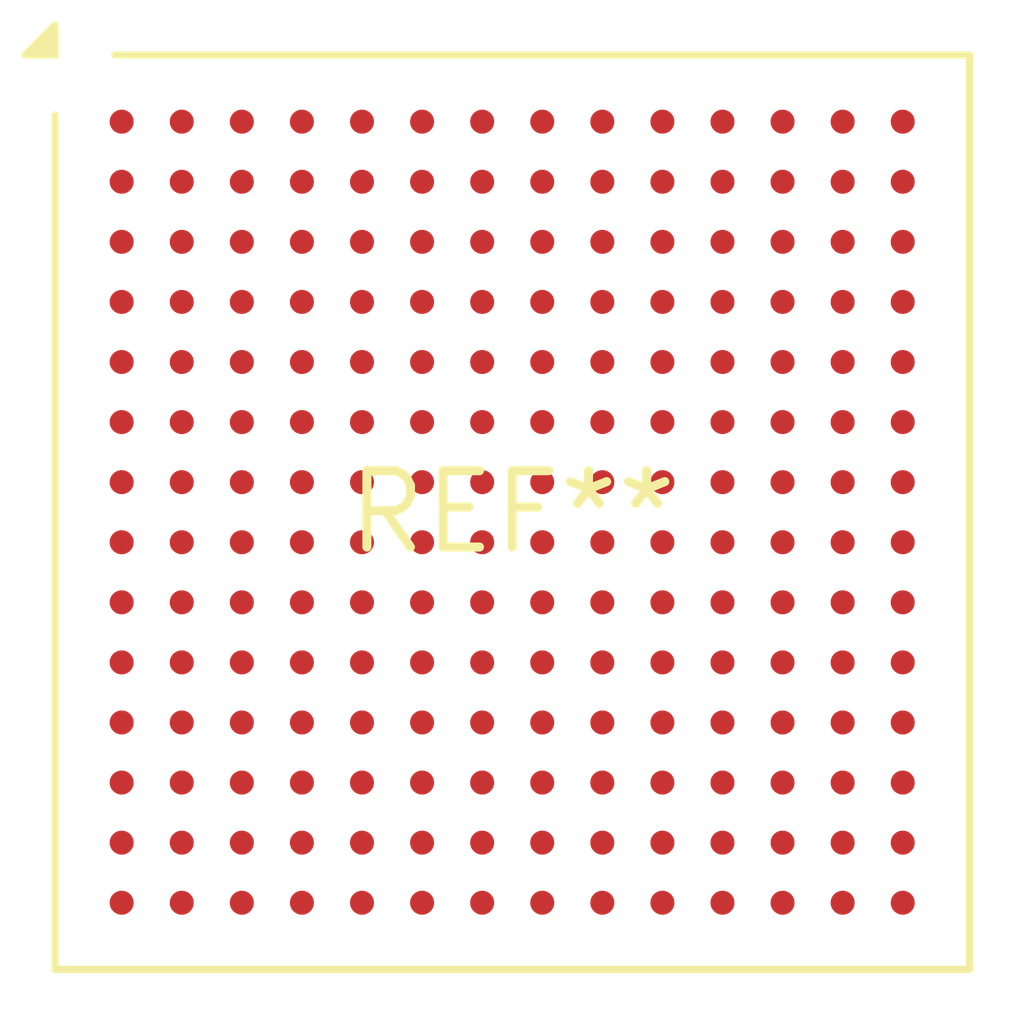
<source format=kicad_pcb>
(kicad_pcb (version 20240108) (generator pcbnew)
  (layers (0 "F.Cu" signal) (31 "B.Cu" signal) (34 "B.Paste" user) (35 "F.Paste" user) (36 "B.SilkS" user "B.Silkscreen") (37 "F.SilkS" user "F.Silkscreen") (38 "B.Mask" user) (39 "F.Mask" user) (44 "Edge.Cuts" user))
  (net 0 "")
  (footprint "Xilinx_FTGB196" (layer "F.Cu") (at 0 0)
    (property "Reference" "REF**")
    (property "Value" "Xilinx_FTGB196")
    (fp_line (start -7.61 7.61) (end -7.61 -6.61) (layer "F.SilkS") (stroke (width 0.12)))
    (fp_line (start -6.61 -7.61) (end 7.61 -7.61) (layer "F.SilkS") (stroke (width 0.12)))
    (fp_line (start 7.61 -7.61) (end 7.61 7.61) (layer "F.SilkS") (stroke (width 0.12)))
    (fp_line (start 7.61 7.61) (end -7.61 7.61) (layer "F.SilkS") (stroke (width 0.12)))
    (fp_poly (pts (xy -7.61 -7.61) (xy -8.11 -7.61) (xy -7.61 -8.11) (xy -7.61 -7.61)) (layer "F.SilkS") (stroke (width 0.12)) (fill solid))
    (pad "A1" smd circle (at -6.5 -6.5) (size 0.4 0.4) (property pad_prop_bga) (layers "F.Cu" "F.Paste" "F.Mask"))
    (pad "A2" smd circle (at -5.5 -6.5) (size 0.4 0.4) (property pad_prop_bga) (layers "F.Cu" "F.Paste" "F.Mask"))
    (pad "A3" smd circle (at -4.5 -6.5) (size 0.4 0.4) (property pad_prop_bga) (layers "F.Cu" "F.Paste" "F.Mask"))
    (pad "A4" smd circle (at -3.5 -6.5) (size 0.4 0.4) (property pad_prop_bga) (layers "F.Cu" "F.Paste" "F.Mask"))
    (pad "A5" smd circle (at -2.5 -6.5) (size 0.4 0.4) (property pad_prop_bga) (layers "F.Cu" "F.Paste" "F.Mask"))
    (pad "A6" smd circle (at -1.5 -6.5) (size 0.4 0.4) (property pad_prop_bga) (layers "F.Cu" "F.Paste" "F.Mask"))
    (pad "A7" smd circle (at -0.5 -6.5) (size 0.4 0.4) (property pad_prop_bga) (layers "F.Cu" "F.Paste" "F.Mask"))
    (pad "A8" smd circle (at 0.5 -6.5) (size 0.4 0.4) (property pad_prop_bga) (layers "F.Cu" "F.Paste" "F.Mask"))
    (pad "A9" smd circle (at 1.5 -6.5) (size 0.4 0.4) (property pad_prop_bga) (layers "F.Cu" "F.Paste" "F.Mask"))
    (pad "A10" smd circle (at 2.5 -6.5) (size 0.4 0.4) (property pad_prop_bga) (layers "F.Cu" "F.Paste" "F.Mask"))
    (pad "A11" smd circle (at 3.5 -6.5) (size 0.4 0.4) (property pad_prop_bga) (layers "F.Cu" "F.Paste" "F.Mask"))
    (pad "A12" smd circle (at 4.5 -6.5) (size 0.4 0.4) (property pad_prop_bga) (layers "F.Cu" "F.Paste" "F.Mask"))
    (pad "A13" smd circle (at 5.5 -6.5) (size 0.4 0.4) (property pad_prop_bga) (layers "F.Cu" "F.Paste" "F.Mask"))
    (pad "A14" smd circle (at 6.5 -6.5) (size 0.4 0.4) (property pad_prop_bga) (layers "F.Cu" "F.Paste" "F.Mask"))
    (pad "B1" smd circle (at -6.5 -5.5) (size 0.4 0.4) (property pad_prop_bga) (layers "F.Cu" "F.Paste" "F.Mask"))
    (pad "B2" smd circle (at -5.5 -5.5) (size 0.4 0.4) (property pad_prop_bga) (layers "F.Cu" "F.Paste" "F.Mask"))
    (pad "B3" smd circle (at -4.5 -5.5) (size 0.4 0.4) (property pad_prop_bga) (layers "F.Cu" "F.Paste" "F.Mask"))
    (pad "B4" smd circle (at -3.5 -5.5) (size 0.4 0.4) (property pad_prop_bga) (layers "F.Cu" "F.Paste" "F.Mask"))
    (pad "B5" smd circle (at -2.5 -5.5) (size 0.4 0.4) (property pad_prop_bga) (layers "F.Cu" "F.Paste" "F.Mask"))
    (pad "B6" smd circle (at -1.5 -5.5) (size 0.4 0.4) (property pad_prop_bga) (layers "F.Cu" "F.Paste" "F.Mask"))
    (pad "B7" smd circle (at -0.5 -5.5) (size 0.4 0.4) (property pad_prop_bga) (layers "F.Cu" "F.Paste" "F.Mask"))
    (pad "B8" smd circle (at 0.5 -5.5) (size 0.4 0.4) (property pad_prop_bga) (layers "F.Cu" "F.Paste" "F.Mask"))
    (pad "B9" smd circle (at 1.5 -5.5) (size 0.4 0.4) (property pad_prop_bga) (layers "F.Cu" "F.Paste" "F.Mask"))
    (pad "B10" smd circle (at 2.5 -5.5) (size 0.4 0.4) (property pad_prop_bga) (layers "F.Cu" "F.Paste" "F.Mask"))
    (pad "B11" smd circle (at 3.5 -5.5) (size 0.4 0.4) (property pad_prop_bga) (layers "F.Cu" "F.Paste" "F.Mask"))
    (pad "B12" smd circle (at 4.5 -5.5) (size 0.4 0.4) (property pad_prop_bga) (layers "F.Cu" "F.Paste" "F.Mask"))
    (pad "B13" smd circle (at 5.5 -5.5) (size 0.4 0.4) (property pad_prop_bga) (layers "F.Cu" "F.Paste" "F.Mask"))
    (pad "B14" smd circle (at 6.5 -5.5) (size 0.4 0.4) (property pad_prop_bga) (layers "F.Cu" "F.Paste" "F.Mask"))
    (pad "C1" smd circle (at -6.5 -4.5) (size 0.4 0.4) (property pad_prop_bga) (layers "F.Cu" "F.Paste" "F.Mask"))
    (pad "C2" smd circle (at -5.5 -4.5) (size 0.4 0.4) (property pad_prop_bga) (layers "F.Cu" "F.Paste" "F.Mask"))
    (pad "C3" smd circle (at -4.5 -4.5) (size 0.4 0.4) (property pad_prop_bga) (layers "F.Cu" "F.Paste" "F.Mask"))
    (pad "C4" smd circle (at -3.5 -4.5) (size 0.4 0.4) (property pad_prop_bga) (layers "F.Cu" "F.Paste" "F.Mask"))
    (pad "C5" smd circle (at -2.5 -4.5) (size 0.4 0.4) (property pad_prop_bga) (layers "F.Cu" "F.Paste" "F.Mask"))
    (pad "C6" smd circle (at -1.5 -4.5) (size 0.4 0.4) (property pad_prop_bga) (layers "F.Cu" "F.Paste" "F.Mask"))
    (pad "C7" smd circle (at -0.5 -4.5) (size 0.4 0.4) (property pad_prop_bga) (layers "F.Cu" "F.Paste" "F.Mask"))
    (pad "C8" smd circle (at 0.5 -4.5) (size 0.4 0.4) (property pad_prop_bga) (layers "F.Cu" "F.Paste" "F.Mask"))
    (pad "C9" smd circle (at 1.5 -4.5) (size 0.4 0.4) (property pad_prop_bga) (layers "F.Cu" "F.Paste" "F.Mask"))
    (pad "C10" smd circle (at 2.5 -4.5) (size 0.4 0.4) (property pad_prop_bga) (layers "F.Cu" "F.Paste" "F.Mask"))
    (pad "C11" smd circle (at 3.5 -4.5) (size 0.4 0.4) (property pad_prop_bga) (layers "F.Cu" "F.Paste" "F.Mask"))
    (pad "C12" smd circle (at 4.5 -4.5) (size 0.4 0.4) (property pad_prop_bga) (layers "F.Cu" "F.Paste" "F.Mask"))
    (pad "C13" smd circle (at 5.5 -4.5) (size 0.4 0.4) (property pad_prop_bga) (layers "F.Cu" "F.Paste" "F.Mask"))
    (pad "C14" smd circle (at 6.5 -4.5) (size 0.4 0.4) (property pad_prop_bga) (layers "F.Cu" "F.Paste" "F.Mask"))
    (pad "D1" smd circle (at -6.5 -3.5) (size 0.4 0.4) (property pad_prop_bga) (layers "F.Cu" "F.Paste" "F.Mask"))
    (pad "D2" smd circle (at -5.5 -3.5) (size 0.4 0.4) (property pad_prop_bga) (layers "F.Cu" "F.Paste" "F.Mask"))
    (pad "D3" smd circle (at -4.5 -3.5) (size 0.4 0.4) (property pad_prop_bga) (layers "F.Cu" "F.Paste" "F.Mask"))
    (pad "D4" smd circle (at -3.5 -3.5) (size 0.4 0.4) (property pad_prop_bga) (layers "F.Cu" "F.Paste" "F.Mask"))
    (pad "D5" smd circle (at -2.5 -3.5) (size 0.4 0.4) (property pad_prop_bga) (layers "F.Cu" "F.Paste" "F.Mask"))
    (pad "D6" smd circle (at -1.5 -3.5) (size 0.4 0.4) (property pad_prop_bga) (layers "F.Cu" "F.Paste" "F.Mask"))
    (pad "D7" smd circle (at -0.5 -3.5) (size 0.4 0.4) (property pad_prop_bga) (layers "F.Cu" "F.Paste" "F.Mask"))
    (pad "D8" smd circle (at 0.5 -3.5) (size 0.4 0.4) (property pad_prop_bga) (layers "F.Cu" "F.Paste" "F.Mask"))
    (pad "D9" smd circle (at 1.5 -3.5) (size 0.4 0.4) (property pad_prop_bga) (layers "F.Cu" "F.Paste" "F.Mask"))
    (pad "D10" smd circle (at 2.5 -3.5) (size 0.4 0.4) (property pad_prop_bga) (layers "F.Cu" "F.Paste" "F.Mask"))
    (pad "D11" smd circle (at 3.5 -3.5) (size 0.4 0.4) (property pad_prop_bga) (layers "F.Cu" "F.Paste" "F.Mask"))
    (pad "D12" smd circle (at 4.5 -3.5) (size 0.4 0.4) (property pad_prop_bga) (layers "F.Cu" "F.Paste" "F.Mask"))
    (pad "D13" smd circle (at 5.5 -3.5) (size 0.4 0.4) (property pad_prop_bga) (layers "F.Cu" "F.Paste" "F.Mask"))
    (pad "D14" smd circle (at 6.5 -3.5) (size 0.4 0.4) (property pad_prop_bga) (layers "F.Cu" "F.Paste" "F.Mask"))
    (pad "E1" smd circle (at -6.5 -2.5) (size 0.4 0.4) (property pad_prop_bga) (layers "F.Cu" "F.Paste" "F.Mask"))
    (pad "E2" smd circle (at -5.5 -2.5) (size 0.4 0.4) (property pad_prop_bga) (layers "F.Cu" "F.Paste" "F.Mask"))
    (pad "E3" smd circle (at -4.5 -2.5) (size 0.4 0.4) (property pad_prop_bga) (layers "F.Cu" "F.Paste" "F.Mask"))
    (pad "E4" smd circle (at -3.5 -2.5) (size 0.4 0.4) (property pad_prop_bga) (layers "F.Cu" "F.Paste" "F.Mask"))
    (pad "E5" smd circle (at -2.5 -2.5) (size 0.4 0.4) (property pad_prop_bga) (layers "F.Cu" "F.Paste" "F.Mask"))
    (pad "E6" smd circle (at -1.5 -2.5) (size 0.4 0.4) (property pad_prop_bga) (layers "F.Cu" "F.Paste" "F.Mask"))
    (pad "E7" smd circle (at -0.5 -2.5) (size 0.4 0.4) (property pad_prop_bga) (layers "F.Cu" "F.Paste" "F.Mask"))
    (pad "E8" smd circle (at 0.5 -2.5) (size 0.4 0.4) (property pad_prop_bga) (layers "F.Cu" "F.Paste" "F.Mask"))
    (pad "E9" smd circle (at 1.5 -2.5) (size 0.4 0.4) (property pad_prop_bga) (layers "F.Cu" "F.Paste" "F.Mask"))
    (pad "E10" smd circle (at 2.5 -2.5) (size 0.4 0.4) (property pad_prop_bga) (layers "F.Cu" "F.Paste" "F.Mask"))
    (pad "E11" smd circle (at 3.5 -2.5) (size 0.4 0.4) (property pad_prop_bga) (layers "F.Cu" "F.Paste" "F.Mask"))
    (pad "E12" smd circle (at 4.5 -2.5) (size 0.4 0.4) (property pad_prop_bga) (layers "F.Cu" "F.Paste" "F.Mask"))
    (pad "E13" smd circle (at 5.5 -2.5) (size 0.4 0.4) (property pad_prop_bga) (layers "F.Cu" "F.Paste" "F.Mask"))
    (pad "E14" smd circle (at 6.5 -2.5) (size 0.4 0.4) (property pad_prop_bga) (layers "F.Cu" "F.Paste" "F.Mask"))
    (pad "F1" smd circle (at -6.5 -1.5) (size 0.4 0.4) (property pad_prop_bga) (layers "F.Cu" "F.Paste" "F.Mask"))
    (pad "F2" smd circle (at -5.5 -1.5) (size 0.4 0.4) (property pad_prop_bga) (layers "F.Cu" "F.Paste" "F.Mask"))
    (pad "F3" smd circle (at -4.5 -1.5) (size 0.4 0.4) (property pad_prop_bga) (layers "F.Cu" "F.Paste" "F.Mask"))
    (pad "F4" smd circle (at -3.5 -1.5) (size 0.4 0.4) (property pad_prop_bga) (layers "F.Cu" "F.Paste" "F.Mask"))
    (pad "F5" smd circle (at -2.5 -1.5) (size 0.4 0.4) (property pad_prop_bga) (layers "F.Cu" "F.Paste" "F.Mask"))
    (pad "F6" smd circle (at -1.5 -1.5) (size 0.4 0.4) (property pad_prop_bga) (layers "F.Cu" "F.Paste" "F.Mask"))
    (pad "F7" smd circle (at -0.5 -1.5) (size 0.4 0.4) (property pad_prop_bga) (layers "F.Cu" "F.Paste" "F.Mask"))
    (pad "F8" smd circle (at 0.5 -1.5) (size 0.4 0.4) (property pad_prop_bga) (layers "F.Cu" "F.Paste" "F.Mask"))
    (pad "F9" smd circle (at 1.5 -1.5) (size 0.4 0.4) (property pad_prop_bga) (layers "F.Cu" "F.Paste" "F.Mask"))
    (pad "F10" smd circle (at 2.5 -1.5) (size 0.4 0.4) (property pad_prop_bga) (layers "F.Cu" "F.Paste" "F.Mask"))
    (pad "F11" smd circle (at 3.5 -1.5) (size 0.4 0.4) (property pad_prop_bga) (layers "F.Cu" "F.Paste" "F.Mask"))
    (pad "F12" smd circle (at 4.5 -1.5) (size 0.4 0.4) (property pad_prop_bga) (layers "F.Cu" "F.Paste" "F.Mask"))
    (pad "F13" smd circle (at 5.5 -1.5) (size 0.4 0.4) (property pad_prop_bga) (layers "F.Cu" "F.Paste" "F.Mask"))
    (pad "F14" smd circle (at 6.5 -1.5) (size 0.4 0.4) (property pad_prop_bga) (layers "F.Cu" "F.Paste" "F.Mask"))
    (pad "G1" smd circle (at -6.5 -0.5) (size 0.4 0.4) (property pad_prop_bga) (layers "F.Cu" "F.Paste" "F.Mask"))
    (pad "G2" smd circle (at -5.5 -0.5) (size 0.4 0.4) (property pad_prop_bga) (layers "F.Cu" "F.Paste" "F.Mask"))
    (pad "G3" smd circle (at -4.5 -0.5) (size 0.4 0.4) (property pad_prop_bga) (layers "F.Cu" "F.Paste" "F.Mask"))
    (pad "G4" smd circle (at -3.5 -0.5) (size 0.4 0.4) (property pad_prop_bga) (layers "F.Cu" "F.Paste" "F.Mask"))
    (pad "G5" smd circle (at -2.5 -0.5) (size 0.4 0.4) (property pad_prop_bga) (layers "F.Cu" "F.Paste" "F.Mask"))
    (pad "G6" smd circle (at -1.5 -0.5) (size 0.4 0.4) (property pad_prop_bga) (layers "F.Cu" "F.Paste" "F.Mask"))
    (pad "G7" smd circle (at -0.5 -0.5) (size 0.4 0.4) (property pad_prop_bga) (layers "F.Cu" "F.Paste" "F.Mask"))
    (pad "G8" smd circle (at 0.5 -0.5) (size 0.4 0.4) (property pad_prop_bga) (layers "F.Cu" "F.Paste" "F.Mask"))
    (pad "G9" smd circle (at 1.5 -0.5) (size 0.4 0.4) (property pad_prop_bga) (layers "F.Cu" "F.Paste" "F.Mask"))
    (pad "G10" smd circle (at 2.5 -0.5) (size 0.4 0.4) (property pad_prop_bga) (layers "F.Cu" "F.Paste" "F.Mask"))
    (pad "G11" smd circle (at 3.5 -0.5) (size 0.4 0.4) (property pad_prop_bga) (layers "F.Cu" "F.Paste" "F.Mask"))
    (pad "G12" smd circle (at 4.5 -0.5) (size 0.4 0.4) (property pad_prop_bga) (layers "F.Cu" "F.Paste" "F.Mask"))
    (pad "G13" smd circle (at 5.5 -0.5) (size 0.4 0.4) (property pad_prop_bga) (layers "F.Cu" "F.Paste" "F.Mask"))
    (pad "G14" smd circle (at 6.5 -0.5) (size 0.4 0.4) (property pad_prop_bga) (layers "F.Cu" "F.Paste" "F.Mask"))
    (pad "H1" smd circle (at -6.5 0.5) (size 0.4 0.4) (property pad_prop_bga) (layers "F.Cu" "F.Paste" "F.Mask"))
    (pad "H2" smd circle (at -5.5 0.5) (size 0.4 0.4) (property pad_prop_bga) (layers "F.Cu" "F.Paste" "F.Mask"))
    (pad "H3" smd circle (at -4.5 0.5) (size 0.4 0.4) (property pad_prop_bga) (layers "F.Cu" "F.Paste" "F.Mask"))
    (pad "H4" smd circle (at -3.5 0.5) (size 0.4 0.4) (property pad_prop_bga) (layers "F.Cu" "F.Paste" "F.Mask"))
    (pad "H5" smd circle (at -2.5 0.5) (size 0.4 0.4) (property pad_prop_bga) (layers "F.Cu" "F.Paste" "F.Mask"))
    (pad "H6" smd circle (at -1.5 0.5) (size 0.4 0.4) (property pad_prop_bga) (layers "F.Cu" "F.Paste" "F.Mask"))
    (pad "H7" smd circle (at -0.5 0.5) (size 0.4 0.4) (property pad_prop_bga) (layers "F.Cu" "F.Paste" "F.Mask"))
    (pad "H8" smd circle (at 0.5 0.5) (size 0.4 0.4) (property pad_prop_bga) (layers "F.Cu" "F.Paste" "F.Mask"))
    (pad "H9" smd circle (at 1.5 0.5) (size 0.4 0.4) (property pad_prop_bga) (layers "F.Cu" "F.Paste" "F.Mask"))
    (pad "H10" smd circle (at 2.5 0.5) (size 0.4 0.4) (property pad_prop_bga) (layers "F.Cu" "F.Paste" "F.Mask"))
    (pad "H11" smd circle (at 3.5 0.5) (size 0.4 0.4) (property pad_prop_bga) (layers "F.Cu" "F.Paste" "F.Mask"))
    (pad "H12" smd circle (at 4.5 0.5) (size 0.4 0.4) (property pad_prop_bga) (layers "F.Cu" "F.Paste" "F.Mask"))
    (pad "H13" smd circle (at 5.5 0.5) (size 0.4 0.4) (property pad_prop_bga) (layers "F.Cu" "F.Paste" "F.Mask"))
    (pad "H14" smd circle (at 6.5 0.5) (size 0.4 0.4) (property pad_prop_bga) (layers "F.Cu" "F.Paste" "F.Mask"))
    (pad "J1" smd circle (at -6.5 1.5) (size 0.4 0.4) (property pad_prop_bga) (layers "F.Cu" "F.Paste" "F.Mask"))
    (pad "J2" smd circle (at -5.5 1.5) (size 0.4 0.4) (property pad_prop_bga) (layers "F.Cu" "F.Paste" "F.Mask"))
    (pad "J3" smd circle (at -4.5 1.5) (size 0.4 0.4) (property pad_prop_bga) (layers "F.Cu" "F.Paste" "F.Mask"))
    (pad "J4" smd circle (at -3.5 1.5) (size 0.4 0.4) (property pad_prop_bga) (layers "F.Cu" "F.Paste" "F.Mask"))
    (pad "J5" smd circle (at -2.5 1.5) (size 0.4 0.4) (property pad_prop_bga) (layers "F.Cu" "F.Paste" "F.Mask"))
    (pad "J6" smd circle (at -1.5 1.5) (size 0.4 0.4) (property pad_prop_bga) (layers "F.Cu" "F.Paste" "F.Mask"))
    (pad "J7" smd circle (at -0.5 1.5) (size 0.4 0.4) (property pad_prop_bga) (layers "F.Cu" "F.Paste" "F.Mask"))
    (pad "J8" smd circle (at 0.5 1.5) (size 0.4 0.4) (property pad_prop_bga) (layers "F.Cu" "F.Paste" "F.Mask"))
    (pad "J9" smd circle (at 1.5 1.5) (size 0.4 0.4) (property pad_prop_bga) (layers "F.Cu" "F.Paste" "F.Mask"))
    (pad "J10" smd circle (at 2.5 1.5) (size 0.4 0.4) (property pad_prop_bga) (layers "F.Cu" "F.Paste" "F.Mask"))
    (pad "J11" smd circle (at 3.5 1.5) (size 0.4 0.4) (property pad_prop_bga) (layers "F.Cu" "F.Paste" "F.Mask"))
    (pad "J12" smd circle (at 4.5 1.5) (size 0.4 0.4) (property pad_prop_bga) (layers "F.Cu" "F.Paste" "F.Mask"))
    (pad "J13" smd circle (at 5.5 1.5) (size 0.4 0.4) (property pad_prop_bga) (layers "F.Cu" "F.Paste" "F.Mask"))
    (pad "J14" smd circle (at 6.5 1.5) (size 0.4 0.4) (property pad_prop_bga) (layers "F.Cu" "F.Paste" "F.Mask"))
    (pad "K1" smd circle (at -6.5 2.5) (size 0.4 0.4) (property pad_prop_bga) (layers "F.Cu" "F.Paste" "F.Mask"))
    (pad "K2" smd circle (at -5.5 2.5) (size 0.4 0.4) (property pad_prop_bga) (layers "F.Cu" "F.Paste" "F.Mask"))
    (pad "K3" smd circle (at -4.5 2.5) (size 0.4 0.4) (property pad_prop_bga) (layers "F.Cu" "F.Paste" "F.Mask"))
    (pad "K4" smd circle (at -3.5 2.5) (size 0.4 0.4) (property pad_prop_bga) (layers "F.Cu" "F.Paste" "F.Mask"))
    (pad "K5" smd circle (at -2.5 2.5) (size 0.4 0.4) (property pad_prop_bga) (layers "F.Cu" "F.Paste" "F.Mask"))
    (pad "K6" smd circle (at -1.5 2.5) (size 0.4 0.4) (property pad_prop_bga) (layers "F.Cu" "F.Paste" "F.Mask"))
    (pad "K7" smd circle (at -0.5 2.5) (size 0.4 0.4) (property pad_prop_bga) (layers "F.Cu" "F.Paste" "F.Mask"))
    (pad "K8" smd circle (at 0.5 2.5) (size 0.4 0.4) (property pad_prop_bga) (layers "F.Cu" "F.Paste" "F.Mask"))
    (pad "K9" smd circle (at 1.5 2.5) (size 0.4 0.4) (property pad_prop_bga) (layers "F.Cu" "F.Paste" "F.Mask"))
    (pad "K10" smd circle (at 2.5 2.5) (size 0.4 0.4) (property pad_prop_bga) (layers "F.Cu" "F.Paste" "F.Mask"))
    (pad "K11" smd circle (at 3.5 2.5) (size 0.4 0.4) (property pad_prop_bga) (layers "F.Cu" "F.Paste" "F.Mask"))
    (pad "K12" smd circle (at 4.5 2.5) (size 0.4 0.4) (property pad_prop_bga) (layers "F.Cu" "F.Paste" "F.Mask"))
    (pad "K13" smd circle (at 5.5 2.5) (size 0.4 0.4) (property pad_prop_bga) (layers "F.Cu" "F.Paste" "F.Mask"))
    (pad "K14" smd circle (at 6.5 2.5) (size 0.4 0.4) (property pad_prop_bga) (layers "F.Cu" "F.Paste" "F.Mask"))
    (pad "L1" smd circle (at -6.5 3.5) (size 0.4 0.4) (property pad_prop_bga) (layers "F.Cu" "F.Paste" "F.Mask"))
    (pad "L2" smd circle (at -5.5 3.5) (size 0.4 0.4) (property pad_prop_bga) (layers "F.Cu" "F.Paste" "F.Mask"))
    (pad "L3" smd circle (at -4.5 3.5) (size 0.4 0.4) (property pad_prop_bga) (layers "F.Cu" "F.Paste" "F.Mask"))
    (pad "L4" smd circle (at -3.5 3.5) (size 0.4 0.4) (property pad_prop_bga) (layers "F.Cu" "F.Paste" "F.Mask"))
    (pad "L5" smd circle (at -2.5 3.5) (size 0.4 0.4) (property pad_prop_bga) (layers "F.Cu" "F.Paste" "F.Mask"))
    (pad "L6" smd circle (at -1.5 3.5) (size 0.4 0.4) (property pad_prop_bga) (layers "F.Cu" "F.Paste" "F.Mask"))
    (pad "L7" smd circle (at -0.5 3.5) (size 0.4 0.4) (property pad_prop_bga) (layers "F.Cu" "F.Paste" "F.Mask"))
    (pad "L8" smd circle (at 0.5 3.5) (size 0.4 0.4) (property pad_prop_bga) (layers "F.Cu" "F.Paste" "F.Mask"))
    (pad "L9" smd circle (at 1.5 3.5) (size 0.4 0.4) (property pad_prop_bga) (layers "F.Cu" "F.Paste" "F.Mask"))
    (pad "L10" smd circle (at 2.5 3.5) (size 0.4 0.4) (property pad_prop_bga) (layers "F.Cu" "F.Paste" "F.Mask"))
    (pad "L11" smd circle (at 3.5 3.5) (size 0.4 0.4) (property pad_prop_bga) (layers "F.Cu" "F.Paste" "F.Mask"))
    (pad "L12" smd circle (at 4.5 3.5) (size 0.4 0.4) (property pad_prop_bga) (layers "F.Cu" "F.Paste" "F.Mask"))
    (pad "L13" smd circle (at 5.5 3.5) (size 0.4 0.4) (property pad_prop_bga) (layers "F.Cu" "F.Paste" "F.Mask"))
    (pad "L14" smd circle (at 6.5 3.5) (size 0.4 0.4) (property pad_prop_bga) (layers "F.Cu" "F.Paste" "F.Mask"))
    (pad "M1" smd circle (at -6.5 4.5) (size 0.4 0.4) (property pad_prop_bga) (layers "F.Cu" "F.Paste" "F.Mask"))
    (pad "M2" smd circle (at -5.5 4.5) (size 0.4 0.4) (property pad_prop_bga) (layers "F.Cu" "F.Paste" "F.Mask"))
    (pad "M3" smd circle (at -4.5 4.5) (size 0.4 0.4) (property pad_prop_bga) (layers "F.Cu" "F.Paste" "F.Mask"))
    (pad "M4" smd circle (at -3.5 4.5) (size 0.4 0.4) (property pad_prop_bga) (layers "F.Cu" "F.Paste" "F.Mask"))
    (pad "M5" smd circle (at -2.5 4.5) (size 0.4 0.4) (property pad_prop_bga) (layers "F.Cu" "F.Paste" "F.Mask"))
    (pad "M6" smd circle (at -1.5 4.5) (size 0.4 0.4) (property pad_prop_bga) (layers "F.Cu" "F.Paste" "F.Mask"))
    (pad "M7" smd circle (at -0.5 4.5) (size 0.4 0.4) (property pad_prop_bga) (layers "F.Cu" "F.Paste" "F.Mask"))
    (pad "M8" smd circle (at 0.5 4.5) (size 0.4 0.4) (property pad_prop_bga) (layers "F.Cu" "F.Paste" "F.Mask"))
    (pad "M9" smd circle (at 1.5 4.5) (size 0.4 0.4) (property pad_prop_bga) (layers "F.Cu" "F.Paste" "F.Mask"))
    (pad "M10" smd circle (at 2.5 4.5) (size 0.4 0.4) (property pad_prop_bga) (layers "F.Cu" "F.Paste" "F.Mask"))
    (pad "M11" smd circle (at 3.5 4.5) (size 0.4 0.4) (property pad_prop_bga) (layers "F.Cu" "F.Paste" "F.Mask"))
    (pad "M12" smd circle (at 4.5 4.5) (size 0.4 0.4) (property pad_prop_bga) (layers "F.Cu" "F.Paste" "F.Mask"))
    (pad "M13" smd circle (at 5.5 4.5) (size 0.4 0.4) (property pad_prop_bga) (layers "F.Cu" "F.Paste" "F.Mask"))
    (pad "M14" smd circle (at 6.5 4.5) (size 0.4 0.4) (property pad_prop_bga) (layers "F.Cu" "F.Paste" "F.Mask"))
    (pad "N1" smd circle (at -6.5 5.5) (size 0.4 0.4) (property pad_prop_bga) (layers "F.Cu" "F.Paste" "F.Mask"))
    (pad "N2" smd circle (at -5.5 5.5) (size 0.4 0.4) (property pad_prop_bga) (layers "F.Cu" "F.Paste" "F.Mask"))
    (pad "N3" smd circle (at -4.5 5.5) (size 0.4 0.4) (property pad_prop_bga) (layers "F.Cu" "F.Paste" "F.Mask"))
    (pad "N4" smd circle (at -3.5 5.5) (size 0.4 0.4) (property pad_prop_bga) (layers "F.Cu" "F.Paste" "F.Mask"))
    (pad "N5" smd circle (at -2.5 5.5) (size 0.4 0.4) (property pad_prop_bga) (layers "F.Cu" "F.Paste" "F.Mask"))
    (pad "N6" smd circle (at -1.5 5.5) (size 0.4 0.4) (property pad_prop_bga) (layers "F.Cu" "F.Paste" "F.Mask"))
    (pad "N7" smd circle (at -0.5 5.5) (size 0.4 0.4) (property pad_prop_bga) (layers "F.Cu" "F.Paste" "F.Mask"))
    (pad "N8" smd circle (at 0.5 5.5) (size 0.4 0.4) (property pad_prop_bga) (layers "F.Cu" "F.Paste" "F.Mask"))
    (pad "N9" smd circle (at 1.5 5.5) (size 0.4 0.4) (property pad_prop_bga) (layers "F.Cu" "F.Paste" "F.Mask"))
    (pad "N10" smd circle (at 2.5 5.5) (size 0.4 0.4) (property pad_prop_bga) (layers "F.Cu" "F.Paste" "F.Mask"))
    (pad "N11" smd circle (at 3.5 5.5) (size 0.4 0.4) (property pad_prop_bga) (layers "F.Cu" "F.Paste" "F.Mask"))
    (pad "N12" smd circle (at 4.5 5.5) (size 0.4 0.4) (property pad_prop_bga) (layers "F.Cu" "F.Paste" "F.Mask"))
    (pad "N13" smd circle (at 5.5 5.5) (size 0.4 0.4) (property pad_prop_bga) (layers "F.Cu" "F.Paste" "F.Mask"))
    (pad "N14" smd circle (at 6.5 5.5) (size 0.4 0.4) (property pad_prop_bga) (layers "F.Cu" "F.Paste" "F.Mask"))
    (pad "P1" smd circle (at -6.5 6.5) (size 0.4 0.4) (property pad_prop_bga) (layers "F.Cu" "F.Paste" "F.Mask"))
    (pad "P2" smd circle (at -5.5 6.5) (size 0.4 0.4) (property pad_prop_bga) (layers "F.Cu" "F.Paste" "F.Mask"))
    (pad "P3" smd circle (at -4.5 6.5) (size 0.4 0.4) (property pad_prop_bga) (layers "F.Cu" "F.Paste" "F.Mask"))
    (pad "P4" smd circle (at -3.5 6.5) (size 0.4 0.4) (property pad_prop_bga) (layers "F.Cu" "F.Paste" "F.Mask"))
    (pad "P5" smd circle (at -2.5 6.5) (size 0.4 0.4) (property pad_prop_bga) (layers "F.Cu" "F.Paste" "F.Mask"))
    (pad "P6" smd circle (at -1.5 6.5) (size 0.4 0.4) (property pad_prop_bga) (layers "F.Cu" "F.Paste" "F.Mask"))
    (pad "P7" smd circle (at -0.5 6.5) (size 0.4 0.4) (property pad_prop_bga) (layers "F.Cu" "F.Paste" "F.Mask"))
    (pad "P8" smd circle (at 0.5 6.5) (size 0.4 0.4) (property pad_prop_bga) (layers "F.Cu" "F.Paste" "F.Mask"))
    (pad "P9" smd circle (at 1.5 6.5) (size 0.4 0.4) (property pad_prop_bga) (layers "F.Cu" "F.Paste" "F.Mask"))
    (pad "P10" smd circle (at 2.5 6.5) (size 0.4 0.4) (property pad_prop_bga) (layers "F.Cu" "F.Paste" "F.Mask"))
    (pad "P11" smd circle (at 3.5 6.5) (size 0.4 0.4) (property pad_prop_bga) (layers "F.Cu" "F.Paste" "F.Mask"))
    (pad "P12" smd circle (at 4.5 6.5) (size 0.4 0.4) (property pad_prop_bga) (layers "F.Cu" "F.Paste" "F.Mask"))
    (pad "P13" smd circle (at 5.5 6.5) (size 0.4 0.4) (property pad_prop_bga) (layers "F.Cu" "F.Paste" "F.Mask"))
    (pad "P14" smd circle (at 6.5 6.5) (size 0.4 0.4) (property pad_prop_bga) (layers "F.Cu" "F.Paste" "F.Mask"))
  )
)
</source>
